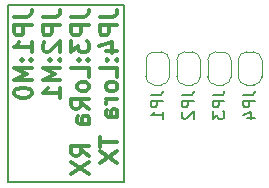
<source format=gbr>
%TF.GenerationSoftware,KiCad,Pcbnew,(6.0.4)*%
%TF.CreationDate,2022-05-01T17:18:24+08:00*%
%TF.ProjectId,RFID-siteV_1_0,52464944-2d73-4697-9465-565f315f302e,rev?*%
%TF.SameCoordinates,Original*%
%TF.FileFunction,Legend,Bot*%
%TF.FilePolarity,Positive*%
%FSLAX46Y46*%
G04 Gerber Fmt 4.6, Leading zero omitted, Abs format (unit mm)*
G04 Created by KiCad (PCBNEW (6.0.4)) date 2022-05-01 17:18:24*
%MOMM*%
%LPD*%
G01*
G04 APERTURE LIST*
%ADD10C,0.300000*%
%ADD11C,0.200000*%
%ADD12C,0.150000*%
%ADD13C,0.120000*%
G04 APERTURE END LIST*
D10*
X86335671Y-101336114D02*
X87407100Y-101336114D01*
X87621385Y-101264685D01*
X87764242Y-101121828D01*
X87835671Y-100907542D01*
X87835671Y-100764685D01*
X87835671Y-102050400D02*
X86335671Y-102050400D01*
X86335671Y-102621828D01*
X86407100Y-102764685D01*
X86478528Y-102836114D01*
X86621385Y-102907542D01*
X86835671Y-102907542D01*
X86978528Y-102836114D01*
X87049957Y-102764685D01*
X87121385Y-102621828D01*
X87121385Y-102050400D01*
X87835671Y-104336114D02*
X87835671Y-103478971D01*
X87835671Y-103907542D02*
X86335671Y-103907542D01*
X86549957Y-103764685D01*
X86692814Y-103621828D01*
X86764242Y-103478971D01*
X87692814Y-104978971D02*
X87764242Y-105050400D01*
X87835671Y-104978971D01*
X87764242Y-104907542D01*
X87692814Y-104978971D01*
X87835671Y-104978971D01*
X86907100Y-104978971D02*
X86978528Y-105050400D01*
X87049957Y-104978971D01*
X86978528Y-104907542D01*
X86907100Y-104978971D01*
X87049957Y-104978971D01*
X87835671Y-105693257D02*
X86335671Y-105693257D01*
X87407100Y-106193257D01*
X86335671Y-106693257D01*
X87835671Y-106693257D01*
X86335671Y-107693257D02*
X86335671Y-107836114D01*
X86407100Y-107978971D01*
X86478528Y-108050400D01*
X86621385Y-108121828D01*
X86907100Y-108193257D01*
X87264242Y-108193257D01*
X87549957Y-108121828D01*
X87692814Y-108050400D01*
X87764242Y-107978971D01*
X87835671Y-107836114D01*
X87835671Y-107693257D01*
X87764242Y-107550400D01*
X87692814Y-107478971D01*
X87549957Y-107407542D01*
X87264242Y-107336114D01*
X86907100Y-107336114D01*
X86621385Y-107407542D01*
X86478528Y-107478971D01*
X86407100Y-107550400D01*
X86335671Y-107693257D01*
X88750671Y-101336114D02*
X89822100Y-101336114D01*
X90036385Y-101264685D01*
X90179242Y-101121828D01*
X90250671Y-100907542D01*
X90250671Y-100764685D01*
X90250671Y-102050400D02*
X88750671Y-102050400D01*
X88750671Y-102621828D01*
X88822100Y-102764685D01*
X88893528Y-102836114D01*
X89036385Y-102907542D01*
X89250671Y-102907542D01*
X89393528Y-102836114D01*
X89464957Y-102764685D01*
X89536385Y-102621828D01*
X89536385Y-102050400D01*
X88893528Y-103478971D02*
X88822100Y-103550400D01*
X88750671Y-103693257D01*
X88750671Y-104050400D01*
X88822100Y-104193257D01*
X88893528Y-104264685D01*
X89036385Y-104336114D01*
X89179242Y-104336114D01*
X89393528Y-104264685D01*
X90250671Y-103407542D01*
X90250671Y-104336114D01*
X90107814Y-104978971D02*
X90179242Y-105050400D01*
X90250671Y-104978971D01*
X90179242Y-104907542D01*
X90107814Y-104978971D01*
X90250671Y-104978971D01*
X89322100Y-104978971D02*
X89393528Y-105050400D01*
X89464957Y-104978971D01*
X89393528Y-104907542D01*
X89322100Y-104978971D01*
X89464957Y-104978971D01*
X90250671Y-105693257D02*
X88750671Y-105693257D01*
X89822100Y-106193257D01*
X88750671Y-106693257D01*
X90250671Y-106693257D01*
X90250671Y-108193257D02*
X90250671Y-107336114D01*
X90250671Y-107764685D02*
X88750671Y-107764685D01*
X88964957Y-107621828D01*
X89107814Y-107478971D01*
X89179242Y-107336114D01*
X91165671Y-101336114D02*
X92237100Y-101336114D01*
X92451385Y-101264685D01*
X92594242Y-101121828D01*
X92665671Y-100907542D01*
X92665671Y-100764685D01*
X92665671Y-102050400D02*
X91165671Y-102050400D01*
X91165671Y-102621828D01*
X91237100Y-102764685D01*
X91308528Y-102836114D01*
X91451385Y-102907542D01*
X91665671Y-102907542D01*
X91808528Y-102836114D01*
X91879957Y-102764685D01*
X91951385Y-102621828D01*
X91951385Y-102050400D01*
X91165671Y-103407542D02*
X91165671Y-104336114D01*
X91737100Y-103836114D01*
X91737100Y-104050400D01*
X91808528Y-104193257D01*
X91879957Y-104264685D01*
X92022814Y-104336114D01*
X92379957Y-104336114D01*
X92522814Y-104264685D01*
X92594242Y-104193257D01*
X92665671Y-104050400D01*
X92665671Y-103621828D01*
X92594242Y-103478971D01*
X92522814Y-103407542D01*
X92522814Y-104978971D02*
X92594242Y-105050400D01*
X92665671Y-104978971D01*
X92594242Y-104907542D01*
X92522814Y-104978971D01*
X92665671Y-104978971D01*
X91737100Y-104978971D02*
X91808528Y-105050400D01*
X91879957Y-104978971D01*
X91808528Y-104907542D01*
X91737100Y-104978971D01*
X91879957Y-104978971D01*
X92665671Y-106407542D02*
X92665671Y-105693257D01*
X91165671Y-105693257D01*
X92665671Y-107121828D02*
X92594242Y-106978971D01*
X92522814Y-106907542D01*
X92379957Y-106836114D01*
X91951385Y-106836114D01*
X91808528Y-106907542D01*
X91737100Y-106978971D01*
X91665671Y-107121828D01*
X91665671Y-107336114D01*
X91737100Y-107478971D01*
X91808528Y-107550400D01*
X91951385Y-107621828D01*
X92379957Y-107621828D01*
X92522814Y-107550400D01*
X92594242Y-107478971D01*
X92665671Y-107336114D01*
X92665671Y-107121828D01*
X92665671Y-109121828D02*
X91951385Y-108621828D01*
X92665671Y-108264685D02*
X91165671Y-108264685D01*
X91165671Y-108836114D01*
X91237100Y-108978971D01*
X91308528Y-109050400D01*
X91451385Y-109121828D01*
X91665671Y-109121828D01*
X91808528Y-109050400D01*
X91879957Y-108978971D01*
X91951385Y-108836114D01*
X91951385Y-108264685D01*
X92665671Y-110407542D02*
X91879957Y-110407542D01*
X91737100Y-110336114D01*
X91665671Y-110193257D01*
X91665671Y-109907542D01*
X91737100Y-109764685D01*
X92594242Y-110407542D02*
X92665671Y-110264685D01*
X92665671Y-109907542D01*
X92594242Y-109764685D01*
X92451385Y-109693257D01*
X92308528Y-109693257D01*
X92165671Y-109764685D01*
X92094242Y-109907542D01*
X92094242Y-110264685D01*
X92022814Y-110407542D01*
X92665671Y-113121828D02*
X91951385Y-112621828D01*
X92665671Y-112264685D02*
X91165671Y-112264685D01*
X91165671Y-112836114D01*
X91237100Y-112978971D01*
X91308528Y-113050400D01*
X91451385Y-113121828D01*
X91665671Y-113121828D01*
X91808528Y-113050400D01*
X91879957Y-112978971D01*
X91951385Y-112836114D01*
X91951385Y-112264685D01*
X91165671Y-113621828D02*
X92665671Y-114621828D01*
X91165671Y-114621828D02*
X92665671Y-113621828D01*
X93580671Y-101336114D02*
X94652100Y-101336114D01*
X94866385Y-101264685D01*
X95009242Y-101121828D01*
X95080671Y-100907542D01*
X95080671Y-100764685D01*
X95080671Y-102050400D02*
X93580671Y-102050400D01*
X93580671Y-102621828D01*
X93652100Y-102764685D01*
X93723528Y-102836114D01*
X93866385Y-102907542D01*
X94080671Y-102907542D01*
X94223528Y-102836114D01*
X94294957Y-102764685D01*
X94366385Y-102621828D01*
X94366385Y-102050400D01*
X94080671Y-104193257D02*
X95080671Y-104193257D01*
X93509242Y-103836114D02*
X94580671Y-103478971D01*
X94580671Y-104407542D01*
X94937814Y-104978971D02*
X95009242Y-105050400D01*
X95080671Y-104978971D01*
X95009242Y-104907542D01*
X94937814Y-104978971D01*
X95080671Y-104978971D01*
X94152100Y-104978971D02*
X94223528Y-105050400D01*
X94294957Y-104978971D01*
X94223528Y-104907542D01*
X94152100Y-104978971D01*
X94294957Y-104978971D01*
X95080671Y-106407542D02*
X95080671Y-105693257D01*
X93580671Y-105693257D01*
X95080671Y-107121828D02*
X95009242Y-106978971D01*
X94937814Y-106907542D01*
X94794957Y-106836114D01*
X94366385Y-106836114D01*
X94223528Y-106907542D01*
X94152100Y-106978971D01*
X94080671Y-107121828D01*
X94080671Y-107336114D01*
X94152100Y-107478971D01*
X94223528Y-107550400D01*
X94366385Y-107621828D01*
X94794957Y-107621828D01*
X94937814Y-107550400D01*
X95009242Y-107478971D01*
X95080671Y-107336114D01*
X95080671Y-107121828D01*
X95080671Y-108264685D02*
X94080671Y-108264685D01*
X94366385Y-108264685D02*
X94223528Y-108336114D01*
X94152100Y-108407542D01*
X94080671Y-108550400D01*
X94080671Y-108693257D01*
X95080671Y-109836114D02*
X94294957Y-109836114D01*
X94152100Y-109764685D01*
X94080671Y-109621828D01*
X94080671Y-109336114D01*
X94152100Y-109193257D01*
X95009242Y-109836114D02*
X95080671Y-109693257D01*
X95080671Y-109336114D01*
X95009242Y-109193257D01*
X94866385Y-109121828D01*
X94723528Y-109121828D01*
X94580671Y-109193257D01*
X94509242Y-109336114D01*
X94509242Y-109693257D01*
X94437814Y-109836114D01*
X93580671Y-111478971D02*
X93580671Y-112336114D01*
X95080671Y-111907542D02*
X93580671Y-111907542D01*
X93580671Y-112693257D02*
X95080671Y-113693257D01*
X93580671Y-113693257D02*
X95080671Y-112693257D01*
D11*
X95631000Y-100355400D02*
X85775800Y-100355400D01*
X85775800Y-100355400D02*
X85775800Y-115341400D01*
X85775800Y-115341400D02*
X95631000Y-115341400D01*
X95631000Y-115341400D02*
X95631000Y-100355400D01*
D12*
%TO.C,JP4*%
X105725980Y-107954866D02*
X106440266Y-107954866D01*
X106583123Y-107907247D01*
X106678361Y-107812009D01*
X106725980Y-107669152D01*
X106725980Y-107573914D01*
X106725980Y-108431057D02*
X105725980Y-108431057D01*
X105725980Y-108812009D01*
X105773600Y-108907247D01*
X105821219Y-108954866D01*
X105916457Y-109002485D01*
X106059314Y-109002485D01*
X106154552Y-108954866D01*
X106202171Y-108907247D01*
X106249790Y-108812009D01*
X106249790Y-108431057D01*
X106059314Y-109859628D02*
X106725980Y-109859628D01*
X105678361Y-109621533D02*
X106392647Y-109383438D01*
X106392647Y-110002485D01*
%TO.C,JP3*%
X103135180Y-107954866D02*
X103849466Y-107954866D01*
X103992323Y-107907247D01*
X104087561Y-107812009D01*
X104135180Y-107669152D01*
X104135180Y-107573914D01*
X104135180Y-108431057D02*
X103135180Y-108431057D01*
X103135180Y-108812009D01*
X103182800Y-108907247D01*
X103230419Y-108954866D01*
X103325657Y-109002485D01*
X103468514Y-109002485D01*
X103563752Y-108954866D01*
X103611371Y-108907247D01*
X103658990Y-108812009D01*
X103658990Y-108431057D01*
X103135180Y-109335819D02*
X103135180Y-109954866D01*
X103516133Y-109621533D01*
X103516133Y-109764390D01*
X103563752Y-109859628D01*
X103611371Y-109907247D01*
X103706609Y-109954866D01*
X103944704Y-109954866D01*
X104039942Y-109907247D01*
X104087561Y-109859628D01*
X104135180Y-109764390D01*
X104135180Y-109478676D01*
X104087561Y-109383438D01*
X104039942Y-109335819D01*
%TO.C,JP2*%
X100518980Y-107954866D02*
X101233266Y-107954866D01*
X101376123Y-107907247D01*
X101471361Y-107812009D01*
X101518980Y-107669152D01*
X101518980Y-107573914D01*
X101518980Y-108431057D02*
X100518980Y-108431057D01*
X100518980Y-108812009D01*
X100566600Y-108907247D01*
X100614219Y-108954866D01*
X100709457Y-109002485D01*
X100852314Y-109002485D01*
X100947552Y-108954866D01*
X100995171Y-108907247D01*
X101042790Y-108812009D01*
X101042790Y-108431057D01*
X100614219Y-109383438D02*
X100566600Y-109431057D01*
X100518980Y-109526295D01*
X100518980Y-109764390D01*
X100566600Y-109859628D01*
X100614219Y-109907247D01*
X100709457Y-109954866D01*
X100804695Y-109954866D01*
X100947552Y-109907247D01*
X101518980Y-109335819D01*
X101518980Y-109954866D01*
%TO.C,JP1*%
X97902780Y-107954866D02*
X98617066Y-107954866D01*
X98759923Y-107907247D01*
X98855161Y-107812009D01*
X98902780Y-107669152D01*
X98902780Y-107573914D01*
X98902780Y-108431057D02*
X97902780Y-108431057D01*
X97902780Y-108812009D01*
X97950400Y-108907247D01*
X97998019Y-108954866D01*
X98093257Y-109002485D01*
X98236114Y-109002485D01*
X98331352Y-108954866D01*
X98378971Y-108907247D01*
X98426590Y-108812009D01*
X98426590Y-108431057D01*
X98902780Y-109954866D02*
X98902780Y-109383438D01*
X98902780Y-109669152D02*
X97902780Y-109669152D01*
X98045638Y-109573914D01*
X98140876Y-109478676D01*
X98188495Y-109383438D01*
D13*
%TO.C,JP4*%
X107299000Y-106389400D02*
X107299000Y-104989400D01*
X105299000Y-104989400D02*
X105299000Y-106389400D01*
X106599000Y-104289400D02*
X105999000Y-104289400D01*
X105999000Y-107089400D02*
X106599000Y-107089400D01*
X107299000Y-104989400D02*
G75*
G03*
X106599000Y-104289400I-700000J0D01*
G01*
X106599000Y-107089400D02*
G75*
G03*
X107299000Y-106389400I1J699999D01*
G01*
X105299000Y-106389400D02*
G75*
G03*
X105999000Y-107089400I699999J-1D01*
G01*
X105999000Y-104289400D02*
G75*
G03*
X105299000Y-104989400I0J-700000D01*
G01*
%TO.C,JP3*%
X104708200Y-106389400D02*
X104708200Y-104989400D01*
X102708200Y-104989400D02*
X102708200Y-106389400D01*
X104008200Y-104289400D02*
X103408200Y-104289400D01*
X103408200Y-107089400D02*
X104008200Y-107089400D01*
X104708200Y-104989400D02*
G75*
G03*
X104008200Y-104289400I-700000J0D01*
G01*
X104008200Y-107089400D02*
G75*
G03*
X104708200Y-106389400I1J699999D01*
G01*
X102708200Y-106389400D02*
G75*
G03*
X103408200Y-107089400I699999J-1D01*
G01*
X103408200Y-104289400D02*
G75*
G03*
X102708200Y-104989400I0J-700000D01*
G01*
%TO.C,JP2*%
X102092000Y-106389400D02*
X102092000Y-104989400D01*
X100092000Y-104989400D02*
X100092000Y-106389400D01*
X101392000Y-104289400D02*
X100792000Y-104289400D01*
X100792000Y-107089400D02*
X101392000Y-107089400D01*
X102092000Y-104989400D02*
G75*
G03*
X101392000Y-104289400I-700000J0D01*
G01*
X101392000Y-107089400D02*
G75*
G03*
X102092000Y-106389400I1J699999D01*
G01*
X100092000Y-106389400D02*
G75*
G03*
X100792000Y-107089400I699999J-1D01*
G01*
X100792000Y-104289400D02*
G75*
G03*
X100092000Y-104989400I0J-700000D01*
G01*
%TO.C,JP1*%
X99475800Y-106389400D02*
X99475800Y-104989400D01*
X97475800Y-104989400D02*
X97475800Y-106389400D01*
X98775800Y-104289400D02*
X98175800Y-104289400D01*
X98175800Y-107089400D02*
X98775800Y-107089400D01*
X99475800Y-104989400D02*
G75*
G03*
X98775800Y-104289400I-700000J0D01*
G01*
X98775800Y-107089400D02*
G75*
G03*
X99475800Y-106389400I1J699999D01*
G01*
X97475800Y-106389400D02*
G75*
G03*
X98175800Y-107089400I699999J-1D01*
G01*
X98175800Y-104289400D02*
G75*
G03*
X97475800Y-104989400I0J-700000D01*
G01*
%TD*%
M02*

</source>
